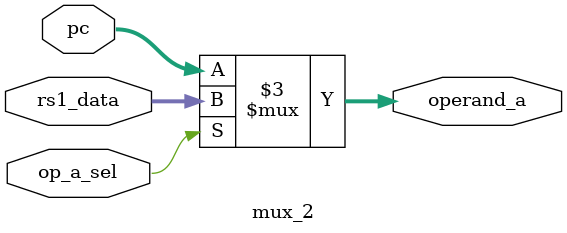
<source format=v>
module mux_2(
input wire op_a_sel,
input wire [31:0] rs1_data,
input wire [31:0] pc,
output reg [31:0] operand_a
);
always @(*) begin
if (op_a_sel)
      operand_a = rs1_data;
else 
      operand_a = pc;
end
endmodule
</source>
